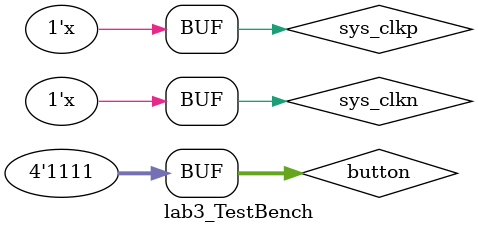
<source format=v>
`timescale 1ns / 1ps

module lab3_TestBench();
    //Declare wires and registers that will interface with the module under test
    //Registers are initilized to known states. Wires cannot be initilized.                 
    reg sys_clkn=1;
    wire sys_clkp;
    wire [7:0] led;
    reg [3:0] button;
    
    //Invoke the module that we like to test
    lab3_example ModuleUnderTest (.button(button),.led(led),.sys_clkn(sys_clkn),.sys_clkp(sys_clkp));
    
    // Generate a clock signal. The clock will change its state every 5ns.
    //Remember that the test module takes sys_clkp and sys_clkn as input clock signals.
    //From these two signals a clock signal, clk, is derived.
    //The LVDS clock signal, sys_clkn, is always in the opposite state than sys_clkp.     
    assign sys_clkp = ~sys_clkn;    
    always begin
        #5 sys_clkn = ~sys_clkn;
    end        
   
    initial begin          
            #0 button <= 4'b1111;                                                      
            #20 button <= 4'b1111;
            #20 button <= 4'b0111;
            #20 button <= 4'b1111;
            #20 button <= 4'b1111;
            #20 button <= 4'b1111;
            #20 button <= 4'b1111;
            #20 button <= 4'b1111;
            #20 button <= 4'b1111;
            #20 button <= 4'b1111;
            #20 button <= 4'b1111;
            #20 button <= 4'b1111;
            #20 button <= 4'b1111;
            #20 button <= 4'b1111;            
    end

endmodule

</source>
